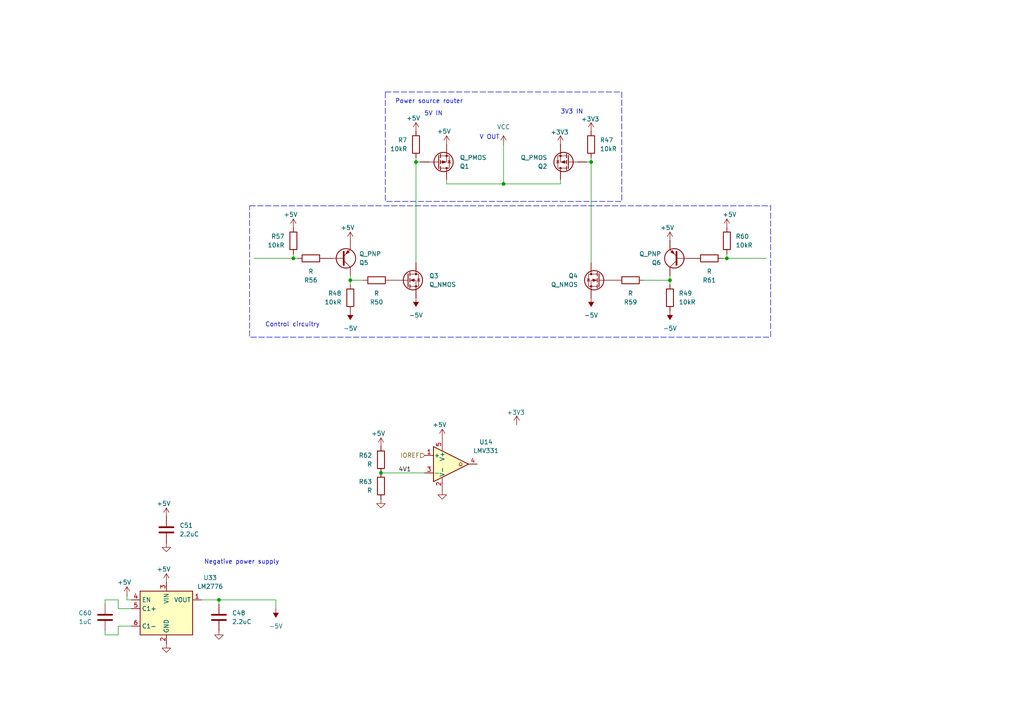
<source format=kicad_sch>
(kicad_sch (version 20250114) (generator "eeschema") (generator_version "9.0")
  (paper "A4")
  (lib_symbols
    (symbol "Comparator:LMV331" (pin_names (offset 0.127))
      (property "Reference" "U" (at 1.27 5.08 0))
      (property "Value" "LMV331" (at 3.81 -5.08 0))
      (symbol "LMV331_0_1"
        (polyline (pts (xy -5.08 5.08) (xy 5.08 0) (xy -5.08 -5.08) (xy -5.08 5.08)) (stroke (width 0.254)) (fill (type background)))
        (polyline (pts (xy 3.302 -0.508) (xy 2.794 -0.508) (xy 3.302 0) (xy 2.794 0.508) (xy 2.286 0) (xy 2.794 -0.508) (xy 2.286 -0.508)) (stroke (width 0.127)))
      )
      (symbol "LMV331_1_1"
        (pin input line (at -7.62 2.54 0) (length 2.54) (name "+") (number "1"))
        (pin input line (at -7.62 -2.54 0) (length 2.54) (name "-") (number "3"))
        (pin power_in line (at -2.54 7.62 270) (length 3.81) (name "V+") (number "5"))
        (pin power_in line (at -2.54 -7.62 90) (length 3.81) (name "V-") (number "2"))
        (pin open_collector line (at 7.62 0 180) (length 2.54) (name "~") (number "4"))
      )
    )
    (symbol "Device:C" (pin_numbers (hide yes)) (pin_names (offset 0.254))
      (property "Reference" "C" (at 0.635 2.54 0))
      (property "Value" "C" (at 0.635 -2.54 0))
      (symbol "C_0_1"
        (polyline (pts (xy -2.032 0.762) (xy 2.032 0.762)) (stroke (width 0.508)))
        (polyline (pts (xy -2.032 -0.762) (xy 2.032 -0.762)) (stroke (width 0.508)))
      )
      (symbol "C_1_1"
        (pin passive line (at 0 3.81 270) (length 2.794) (name "~") (number "1"))
        (pin passive line (at 0 -3.81 90) (length 2.794) (name "~") (number "2"))
      )
    )
    (symbol "Device:Q_NMOS" (pin_numbers (hide yes)) (pin_names (offset 0) (hide yes))
      (property "Reference" "Q" (at 5.08 1.27 0))
      (property "Value" "Q_NMOS" (at 5.08 -1.27 0))
      (symbol "Q_NMOS_0_1"
        (polyline (pts (xy 0.254 1.905) (xy 0.254 -1.905)) (stroke (width 0.254)))
        (polyline (pts (xy 0.254 0) (xy -2.54 0)))
        (polyline (pts (xy 0.762 2.286) (xy 0.762 1.27)) (stroke (width 0.254)))
        (polyline (pts (xy 0.762 0.508) (xy 0.762 -0.508)) (stroke (width 0.254)))
        (polyline (pts (xy 0.762 -1.27) (xy 0.762 -2.286)) (stroke (width 0.254)))
        (polyline (pts (xy 0.762 -1.778) (xy 3.302 -1.778) (xy 3.302 1.778) (xy 0.762 1.778)))
        (polyline (pts (xy 1.016 0) (xy 2.032 0.381) (xy 2.032 -0.381) (xy 1.016 0)) (fill (type outline)))
        (circle (center 1.651 0) (radius 2.794) (stroke (width 0.254)))
        (polyline (pts (xy 2.54 2.54) (xy 2.54 1.778)))
        (circle (center 2.54 1.778) (radius 0.254) (fill (type outline)))
        (circle (center 2.54 -1.778) (radius 0.254) (fill (type outline)))
        (polyline (pts (xy 2.54 -2.54) (xy 2.54 0) (xy 0.762 0)))
        (polyline (pts (xy 2.921 0.381) (xy 3.683 0.381)))
        (polyline (pts (xy 3.302 0.381) (xy 2.921 -0.254) (xy 3.683 -0.254) (xy 3.302 0.381)))
      )
      (symbol "Q_NMOS_1_1"
        (pin input line (at -5.08 0 0) (length 2.54) (name "G") (number "G"))
        (pin passive line (at 2.54 5.08 270) (length 2.54) (name "D") (number "D"))
        (pin passive line (at 2.54 -5.08 90) (length 2.54) (name "S") (number "S"))
      )
    )
    (symbol "Device:Q_PMOS" (pin_numbers (hide yes)) (pin_names (offset 0) (hide yes))
      (property "Reference" "Q" (at 5.08 1.27 0))
      (property "Value" "Q_PMOS" (at 5.08 -1.27 0))
      (symbol "Q_PMOS_0_1"
        (polyline (pts (xy 0.254 1.905) (xy 0.254 -1.905)) (stroke (width 0.254)))
        (polyline (pts (xy 0.254 0) (xy -2.54 0)))
        (polyline (pts (xy 0.762 2.286) (xy 0.762 1.27)) (stroke (width 0.254)))
        (polyline (pts (xy 0.762 1.778) (xy 3.302 1.778) (xy 3.302 -1.778) (xy 0.762 -1.778)))
        (polyline (pts (xy 0.762 0.508) (xy 0.762 -0.508)) (stroke (width 0.254)))
        (polyline (pts (xy 0.762 -1.27) (xy 0.762 -2.286)) (stroke (width 0.254)))
        (circle (center 1.651 0) (radius 2.794) (stroke (width 0.254)))
        (polyline (pts (xy 2.286 0) (xy 1.27 0.381) (xy 1.27 -0.381) (xy 2.286 0)) (fill (type outline)))
        (polyline (pts (xy 2.54 2.54) (xy 2.54 1.778)))
        (circle (center 2.54 1.778) (radius 0.254) (fill (type outline)))
        (circle (center 2.54 -1.778) (radius 0.254) (fill (type outline)))
        (polyline (pts (xy 2.54 -2.54) (xy 2.54 0) (xy 0.762 0)))
        (polyline (pts (xy 2.921 -0.381) (xy 3.683 -0.381)))
        (polyline (pts (xy 3.302 -0.381) (xy 2.921 0.254) (xy 3.683 0.254) (xy 3.302 -0.381)))
      )
      (symbol "Q_PMOS_1_1"
        (pin input line (at -5.08 0 0) (length 2.54) (name "G") (number "G"))
        (pin passive line (at 2.54 5.08 270) (length 2.54) (name "D") (number "D"))
        (pin passive line (at 2.54 -5.08 90) (length 2.54) (name "S") (number "S"))
      )
    )
    (symbol "Device:Q_PNP" (pin_numbers (hide yes)) (pin_names (offset 0) (hide yes))
      (property "Reference" "Q" (at 5.08 1.27 0))
      (property "Value" "Q_PNP" (at 5.08 -1.27 0))
      (symbol "Q_PNP_0_1"
        (polyline (pts (xy -2.54 0) (xy 0.635 0)))
        (polyline (pts (xy 0.635 1.905) (xy 0.635 -1.905)) (stroke (width 0.508)))
        (polyline (pts (xy 0.635 0.635) (xy 2.54 2.54)))
        (polyline (pts (xy 0.635 -0.635) (xy 2.54 -2.54)))
        (circle (center 1.27 0) (radius 2.8194) (stroke (width 0.254)))
        (polyline (pts (xy 2.286 -1.778) (xy 1.778 -2.286) (xy 1.27 -1.27) (xy 2.286 -1.778)) (fill (type outline)))
      )
      (symbol "Q_PNP_1_1"
        (pin input line (at -5.08 0 0) (length 2.54) (name "B") (number "B"))
        (pin passive line (at 2.54 5.08 270) (length 2.54) (name "C") (number "C"))
        (pin passive line (at 2.54 -5.08 90) (length 2.54) (name "E") (number "E"))
      )
    )
    (symbol "Device:R" (pin_numbers (hide yes)) (pin_names (offset 0))
      (property "Reference" "R" (at 2.032 0 90))
      (property "Value" "R" (at 0 0 90))
      (symbol "R_0_1"
        (rectangle (start -1.016 -2.54) (end 1.016 2.54) (stroke (width 0.254)))
      )
      (symbol "R_1_1"
        (pin passive line (at 0 3.81 270) (length 1.27) (name "~") (number "1"))
        (pin passive line (at 0 -3.81 90) (length 1.27) (name "~") (number "2"))
      )
    )
    (symbol "Regulator_SwitchedCapacitor:LM2776"
      (property "Reference" "U" (at -6.35 6.35 0))
      (property "Value" "LM2776" (at 1.27 6.35 0))
      (symbol "LM2776_0_1"
        (rectangle (start -7.62 5.08) (end 7.62 -7.62) (stroke (width 0.254)) (fill (type background)))
      )
      (symbol "LM2776_1_1"
        (pin input line (at -10.16 2.54 0) (length 2.54) (name "EN") (number "4"))
        (pin passive line (at -10.16 0 0) (length 2.54) (name "C1+") (number "5"))
        (pin passive line (at -10.16 -5.08 0) (length 2.54) (name "C1-") (number "6"))
        (pin power_in line (at 0 7.62 270) (length 2.54) (name "VIN") (number "3"))
        (pin power_in line (at 0 -10.16 90) (length 2.54) (name "GND") (number "2"))
        (pin power_out line (at 10.16 2.54 180) (length 2.54) (name "VOUT") (number "1"))
      )
    )
    (symbol "power:+3V3" (power) (pin_numbers (hide yes)) (pin_names (offset 0) (hide yes))
      (property "Value" "+3V3" (at 0 3.556 0))
      (symbol "+3V3_0_1"
        (polyline (pts (xy -0.762 1.27) (xy 0 2.54)))
        (polyline (pts (xy 0 2.54) (xy 0.762 1.27)))
        (polyline (pts (xy 0 0) (xy 0 2.54)))
      )
      (symbol "+3V3_1_1"
        (pin power_in line (at 0 0 90) (length 0) (name "~") (number "1"))
      )
    )
    (symbol "power:+5V" (power) (pin_numbers (hide yes)) (pin_names (offset 0) (hide yes))
      (property "Value" "+5V" (at 0 3.556 0))
      (symbol "+5V_0_1"
        (polyline (pts (xy -0.762 1.27) (xy 0 2.54)))
        (polyline (pts (xy 0 2.54) (xy 0.762 1.27)))
        (polyline (pts (xy 0 0) (xy 0 2.54)))
      )
      (symbol "+5V_1_1"
        (pin power_in line (at 0 0 90) (length 0) (name "~") (number "1"))
      )
    )
    (symbol "power:-5V" (power) (pin_numbers (hide yes)) (pin_names (offset 0) (hide yes))
      (property "Value" "-5V" (at 0 3.556 0))
      (symbol "-5V_0_0"
        (pin power_in line (at 0 0 90) (length 0) (name "~") (number "1"))
      )
      (symbol "-5V_0_1"
        (polyline (pts (xy 0 0) (xy 0 1.27) (xy 0.762 1.27) (xy 0 2.54) (xy -0.762 1.27) (xy 0 1.27)) (fill (type outline)))
      )
    )
    (symbol "power:GND" (power) (pin_numbers (hide yes)) (pin_names (offset 0) (hide yes))
      (property "Value" "GND" (at 0 -3.81 0))
      (symbol "GND_0_1"
        (polyline (pts (xy 0 0) (xy 0 -1.27) (xy 1.27 -1.27) (xy 0 -2.54) (xy -1.27 -1.27) (xy 0 -1.27)))
      )
      (symbol "GND_1_1"
        (pin power_in line (at 0 0 270) (length 0) (name "~") (number "1"))
      )
    )
    (symbol "power:VCC" (power) (pin_numbers (hide yes)) (pin_names (offset 0) (hide yes))
      (property "Value" "VCC" (at 0 3.556 0))
      (symbol "VCC_0_1"
        (polyline (pts (xy -0.762 1.27) (xy 0 2.54)))
        (polyline (pts (xy 0 2.54) (xy 0.762 1.27)))
        (polyline (pts (xy 0 0) (xy 0 2.54)))
      )
      (symbol "VCC_1_1"
        (pin power_in line (at 0 0 90) (length 0) (name "~") (number "1"))
      )
    )
  )
  (rectangle (start 72.39 59.69) (end 223.52 97.79) (stroke (width 0) (type dash)))
  (rectangle (start 111.76 26.67) (end 180.34 58.42) (stroke (width 0) (type dash)))
  (text "Control circuitry" (at 84.836 94.234 0) (effects (font (size 1.27 1.27))))
  (text "3V3 IN" (at 165.862 32.512 0) (effects (font (size 1.27 1.27))))
  (text "Power source router" (at 124.46 29.464 0) (effects (font (size 1.27 1.27))))
  (text "Negative power supply" (at 70.104 163.068 0) (effects (font (size 1.27 1.27))))
  (text "V OUT" (at 141.986 39.878 0) (effects (font (size 1.27 1.27))))
  (text "5V IN" (at 125.73 33.02 0) (effects (font (size 1.27 1.27))))
  (junction (at 171.45 46.99))
  (junction (at 85.09 74.93))
  (junction (at 110.49 137.16))
  (junction (at 194.31 81.28))
  (junction (at 210.82 74.93))
  (junction (at 101.6 81.28))
  (junction (at 63.5 173.99))
  (junction (at 120.65 46.99))
  (junction (at 146.05 53.34))
  (wire (pts (xy 129.54 52.07) (xy 129.54 53.34)))
  (wire (pts (xy 210.82 74.93) (xy 209.55 74.93)))
  (wire (pts (xy 129.54 53.34) (xy 146.05 53.34)))
  (wire (pts (xy 101.6 80.01) (xy 101.6 81.28)))
  (wire (pts (xy 63.5 173.99) (xy 63.5 175.26)))
  (wire (pts (xy 162.56 53.34) (xy 162.56 52.07)))
  (wire (pts (xy 210.82 73.66) (xy 210.82 74.93)))
  (wire (pts (xy 30.48 184.15) (xy 34.29 184.15)))
  (wire (pts (xy 36.83 173.99) (xy 38.1 173.99)))
  (wire (pts (xy 170.18 46.99) (xy 171.45 46.99)))
  (wire (pts (xy 38.1 176.53) (xy 34.29 176.53)))
  (wire (pts (xy 30.48 182.88) (xy 30.48 184.15)))
  (wire (pts (xy 80.01 173.99) (xy 80.01 176.53)))
  (wire (pts (xy 34.29 184.15) (xy 34.29 181.61)))
  (wire (pts (xy 73.66 74.93) (xy 85.09 74.93)))
  (wire (pts (xy 85.09 73.66) (xy 85.09 74.93)))
  (wire (pts (xy 85.09 74.93) (xy 86.36 74.93)))
  (wire (pts (xy 120.65 46.99) (xy 121.92 46.99)))
  (wire (pts (xy 63.5 173.99) (xy 80.01 173.99)))
  (wire (pts (xy 146.05 41.91) (xy 146.05 53.34)))
  (wire (pts (xy 110.49 137.16) (xy 123.19 137.16)))
  (wire (pts (xy 34.29 176.53) (xy 34.29 173.99)))
  (wire (pts (xy 120.65 46.99) (xy 120.65 76.2)))
  (wire (pts (xy 34.29 173.99) (xy 30.48 173.99)))
  (wire (pts (xy 58.42 173.99) (xy 63.5 173.99)))
  (wire (pts (xy 194.31 80.01) (xy 194.31 81.28)))
  (wire (pts (xy 101.6 81.28) (xy 105.41 81.28)))
  (wire (pts (xy 186.69 81.28) (xy 194.31 81.28)))
  (wire (pts (xy 34.29 181.61) (xy 38.1 181.61)))
  (wire (pts (xy 30.48 173.99) (xy 30.48 175.26)))
  (wire (pts (xy 171.45 46.99) (xy 171.45 76.2)))
  (wire (pts (xy 120.65 45.72) (xy 120.65 46.99)))
  (wire (pts (xy 101.6 82.55) (xy 101.6 81.28)))
  (wire (pts (xy 146.05 53.34) (xy 162.56 53.34)))
  (wire (pts (xy 194.31 81.28) (xy 194.31 82.55)))
  (wire (pts (xy 222.25 74.93) (xy 210.82 74.93)))
  (wire (pts (xy 171.45 46.99) (xy 171.45 45.72)))
  (wire (pts (xy 36.83 172.72) (xy 36.83 173.99)))
  (label "4V1" (at 115.57 137.16 0))
  (hierarchical_label "IOREF" (shape input) (at 123.19 132.08 180))
  (symbol (lib_id "Device:Q_PMOS") (at 127 46.99 0) (mirror x) (unit 1)
    (property "Reference" "Q1" (at 133.35 48.2601 0) (effects (justify left)))
    (property "Value" "Q_PMOS" (at 133.35 45.7201 0) (effects (justify left)))
    (property "Description" "P-MOSFET transistor" (effects (hide yes)))
  )
  (symbol (lib_id "power:VCC") (at 146.05 41.91 0) (unit 1)
    (property "Reference" "#PWR0177" (effects (hide yes)))
    (property "Value" "VCC" (at 146.05 36.83 0))
    (property "Description" "Power symbol creates a global label with name \"VCC\"" (effects (hide yes)))
  )
  (symbol (lib_id "power:GND") (at 48.26 157.48 0) (unit 1)
    (property "Reference" "#PWR0110" (effects (hide yes)))
    (property "Value" "GND" (effects (hide yes)))
    (property "Description" "Power symbol creates a global label with name \"GND\" , ground" (effects (hide yes)))
  )
  (symbol (lib_id "power:+5V") (at 128.27 127 0) (mirror y) (unit 1)
    (property "Reference" "#PWR0189" (effects (hide yes)))
    (property "Value" "+5V" (at 129.54 123.19 0) (effects (justify left)))
  )
  (symbol (lib_id "Device:R") (at 110.49 133.35 0) (mirror y) (unit 1)
    (property "Reference" "R62" (at 107.95 132.0799 0) (effects (justify left)))
    (property "Value" "R" (at 107.95 134.6199 0) (effects (justify left)))
    (property "Description" "Resistor" (effects (hide yes)))
  )
  (symbol (lib_id "power:+5V") (at 85.09 66.04 0) (mirror y) (unit 1)
    (property "Reference" "#PWR0103" (effects (hide yes)))
    (property "Value" "+5V" (at 86.36 62.23 0) (effects (justify left)))
  )
  (symbol (lib_id "Comparator:LMV331") (at 130.81 134.62 0) (unit 1)
    (property "Reference" "U14" (at 140.97 128.1998 0))
    (property "Value" "LMV331" (at 140.97 130.7398 0))
    (property "Datasheet" "http://www.ti.com/lit/ds/symlink/lmv331.pdf" (effects (hide yes)))
    (property "Description" "Single General-Purpose Low-Voltage Comparator, SOT-23-5/SC-70-5" (effects (hide yes)))
  )
  (symbol (lib_id "power:+5V") (at 110.49 129.54 0) (mirror y) (unit 1)
    (property "Reference" "#PWR0218" (effects (hide yes)))
    (property "Value" "+5V" (at 111.76 125.73 0) (effects (justify left)))
  )
  (symbol (lib_id "Device:Q_PNP") (at 196.85 74.93 180) (unit 1)
    (property "Reference" "Q6" (at 191.77 76.2001 0) (effects (justify left)))
    (property "Value" "Q_PNP" (at 191.77 73.6601 0) (effects (justify left)))
    (property "Description" "PNP bipolar junction transistor" (effects (hide yes)))
  )
  (symbol (lib_id "power:-5V") (at 80.01 176.53 180) (unit 1)
    (property "Reference" "#PWR089" (effects (hide yes)))
    (property "Value" "-5V" (at 80.01 181.61 0))
    (property "Description" "Power symbol creates a global label with name \"-5V\"" (effects (hide yes)))
  )
  (symbol (lib_id "power:+5V") (at 120.65 38.1 0) (mirror y) (unit 1)
    (property "Reference" "#PWR0182" (effects (hide yes)))
    (property "Value" "+5V" (at 121.92 34.29 0) (effects (justify left)))
  )
  (symbol (lib_id "power:GND") (at 48.26 186.69 0) (unit 1)
    (property "Reference" "#PWR088" (effects (hide yes)))
    (property "Value" "GND" (effects (hide yes)))
    (property "Description" "Power symbol creates a global label with name \"GND\" , ground" (effects (hide yes)))
  )
  (symbol (lib_id "Device:R") (at 120.65 41.91 0) (mirror x) (unit 1)
    (property "Reference" "R7" (at 118.11 40.6399 0) (effects (justify right)))
    (property "Value" "10kR" (at 118.11 43.1799 0) (effects (justify right)))
    (property "Footprint" "Resistor_SMD:R_0805_2012Metric" (effects (hide yes)))
    (property "Datasheet" "https://www.lcsc.com/datasheet/lcsc_datasheet_1810171610_YAGEO-RC0805JR-0710KL_C100047.pdf" (effects (hide yes)))
    (property "Description" "Resistor" (effects (hide yes)))
    (property "Status" "OK" (effects (hide yes)))
    (property "MPN" "RC0805JR-0710KL" (effects (hide yes)))
  )
  (symbol (lib_id "Device:R") (at 182.88 81.28 90) (mirror x) (unit 1)
    (property "Reference" "R59" (at 182.88 87.63 90))
    (property "Value" "R" (at 182.88 85.09 90))
    (property "Description" "Resistor" (effects (hide yes)))
  )
  (symbol (lib_id "power:+5V") (at 129.54 41.91 0) (mirror y) (unit 1)
    (property "Reference" "#PWR0176" (effects (hide yes)))
    (property "Value" "+5V" (at 130.81 38.1 0) (effects (justify left)))
  )
  (symbol (lib_id "Regulator_SwitchedCapacitor:LM2776") (at 48.26 176.53 0) (unit 1)
    (property "Reference" "U33" (at 60.96 167.5698 0))
    (property "Value" "LM2776" (at 60.96 170.1098 0))
    (property "Footprint" "Package_TO_SOT_SMD:SOT-23-6" (effects (hide yes)))
    (property "Datasheet" "http://www.ti.com/lit/ds/symlink/lm2776.pdf" (effects (hide yes)))
    (property "Description" "Switched capacitor inverter, inverts positive voltage +2.7 to +5.5V to negative, 200mA, SOT-23-6" (effects (hide yes)))
  )
  (symbol (lib_id "Device:R") (at 194.31 86.36 180) (unit 1)
    (property "Reference" "R49" (at 196.85 85.0899 0) (effects (justify right)))
    (property "Value" "10kR" (at 196.85 87.6299 0) (effects (justify right)))
    (property "Footprint" "Resistor_SMD:R_0805_2012Metric" (effects (hide yes)))
    (property "Datasheet" "https://www.lcsc.com/datasheet/lcsc_datasheet_1810171610_YAGEO-RC0805JR-0710KL_C100047.pdf" (effects (hide yes)))
    (property "Description" "Resistor" (effects (hide yes)))
    (property "Status" "OK" (effects (hide yes)))
    (property "MPN" "RC0805JR-0710KL" (effects (hide yes)))
  )
  (symbol (lib_id "power:+5V") (at 36.83 172.72 0) (mirror y) (unit 1)
    (property "Reference" "#PWR087" (effects (hide yes)))
    (property "Value" "+5V" (at 38.1 168.91 0) (effects (justify left)))
  )
  (symbol (lib_id "Device:R") (at 210.82 69.85 180) (unit 1)
    (property "Reference" "R60" (at 213.36 68.5799 0) (effects (justify right)))
    (property "Value" "10kR" (at 213.36 71.1199 0) (effects (justify right)))
    (property "Footprint" "Resistor_SMD:R_0805_2012Metric" (effects (hide yes)))
    (property "Datasheet" "https://www.lcsc.com/datasheet/lcsc_datasheet_1810171610_YAGEO-RC0805JR-0710KL_C100047.pdf" (effects (hide yes)))
    (property "Description" "Resistor" (effects (hide yes)))
    (property "Status" "OK" (effects (hide yes)))
    (property "MPN" "RC0805JR-0710KL" (effects (hide yes)))
  )
  (symbol (lib_id "power:+3V3") (at 149.86 123.19 0) (unit 1)
    (property "Reference" "#PWR0204" (effects (hide yes)))
    (property "Value" "+3V3" (at 149.606 119.634 0))
    (property "Description" "Power symbol creates a global label with name \"+3V3\"" (effects (hide yes)))
  )
  (symbol (lib_id "power:+5V") (at 210.82 66.04 0) (unit 1)
    (property "Reference" "#PWR0188" (effects (hide yes)))
    (property "Value" "+5V" (at 209.55 62.23 0) (effects (justify left)))
  )
  (symbol (lib_id "Device:Q_NMOS") (at 118.11 81.28 0) (unit 1)
    (property "Reference" "Q3" (at 124.46 80.0099 0) (effects (justify left)))
    (property "Value" "Q_NMOS" (at 124.46 82.5499 0) (effects (justify left)))
    (property "Description" "N-MOSFET transistor" (effects (hide yes)))
  )
  (symbol (lib_id "power:-5V") (at 171.45 86.36 180) (unit 1)
    (property "Reference" "#PWR0179" (effects (hide yes)))
    (property "Value" "-5V" (at 171.45 91.44 0))
    (property "Description" "Power symbol creates a global label with name \"-5V\"" (effects (hide yes)))
  )
  (symbol (lib_id "power:-5V") (at 194.31 90.17 180) (unit 1)
    (property "Reference" "#PWR0187" (effects (hide yes)))
    (property "Value" "-5V" (at 194.31 95.25 0))
    (property "Description" "Power symbol creates a global label with name \"-5V\"" (effects (hide yes)))
  )
  (symbol (lib_id "Device:C") (at 63.5 179.07 0) (unit 1)
    (property "Reference" "C48" (at 67.31 177.7999 0) (effects (justify left)))
    (property "Value" "2.2uC" (at 67.31 180.3399 0) (effects (justify left)))
    (property "Footprint" "Capacitor_SMD:C_0805_2012Metric" (effects (hide yes)))
    (property "Description" "Unpolarized capacitor" (effects (hide yes)))
    (property "Status" "OK" (effects (hide yes)))
  )
  (symbol (lib_id "power:+5V") (at 194.31 69.85 0) (mirror y) (unit 1)
    (property "Reference" "#PWR0181" (effects (hide yes)))
    (property "Value" "+5V" (at 195.58 66.04 0) (effects (justify left)))
  )
  (symbol (lib_id "power:+3V3") (at 162.56 41.91 0) (unit 1)
    (property "Reference" "#PWR0176" (effects (hide yes)))
    (property "Value" "+3V3" (at 162.306 38.354 0))
    (property "Description" "Power symbol creates a global label with name \"+3V3\"" (effects (hide yes)))
  )
  (symbol (lib_id "power:+5V") (at 101.6 69.85 0) (mirror y) (unit 1)
    (property "Reference" "#PWR0180" (effects (hide yes)))
    (property "Value" "+5V" (at 102.87 66.04 0) (effects (justify left)))
  )
  (symbol (lib_id "power:GND") (at 63.5 182.88 0) (unit 1)
    (property "Reference" "#PWR0106" (effects (hide yes)))
    (property "Value" "GND" (effects (hide yes)))
    (property "Description" "Power symbol creates a global label with name \"GND\" , ground" (effects (hide yes)))
  )
  (symbol (lib_id "Device:Q_PNP") (at 99.06 74.93 0) (mirror x) (unit 1)
    (property "Reference" "Q5" (at 104.14 76.2001 0) (effects (justify left)))
    (property "Value" "Q_PNP" (at 104.14 73.6601 0) (effects (justify left)))
    (property "Description" "PNP bipolar junction transistor" (effects (hide yes)))
  )
  (symbol (lib_id "Device:R") (at 205.74 74.93 270) (unit 1)
    (property "Reference" "R61" (at 205.74 81.28 90))
    (property "Value" "R" (at 205.74 78.74 90))
    (property "Description" "Resistor" (effects (hide yes)))
  )
  (symbol (lib_id "Device:C") (at 48.26 153.67 0) (unit 1)
    (property "Reference" "C51" (at 52.07 152.3999 0) (effects (justify left)))
    (property "Value" "2.2uC" (at 52.07 154.9399 0) (effects (justify left)))
    (property "Footprint" "Capacitor_SMD:C_0805_2012Metric" (effects (hide yes)))
    (property "Description" "Unpolarized capacitor" (effects (hide yes)))
    (property "Status" "OK" (effects (hide yes)))
  )
  (symbol (lib_id "Device:R") (at 90.17 74.93 90) (mirror x) (unit 1)
    (property "Reference" "R56" (at 90.17 81.28 90))
    (property "Value" "R" (at 90.17 78.74 90))
    (property "Description" "Resistor" (effects (hide yes)))
  )
  (symbol (lib_id "Device:C") (at 30.48 179.07 0) (mirror y) (unit 1)
    (property "Reference" "C60" (at 26.67 177.7999 0) (effects (justify left)))
    (property "Value" "1uC" (at 26.67 180.3399 0) (effects (justify left)))
    (property "Footprint" "Capacitor_SMD:C_0805_2012Metric" (effects (hide yes)))
    (property "Description" "Unpolarized capacitor" (effects (hide yes)))
    (property "Status" "OK" (effects (hide yes)))
  )
  (symbol (lib_id "Device:R") (at 101.6 86.36 0) (mirror x) (unit 1)
    (property "Reference" "R48" (at 99.06 85.0899 0) (effects (justify right)))
    (property "Value" "10kR" (at 99.06 87.6299 0) (effects (justify right)))
    (property "Footprint" "Resistor_SMD:R_0805_2012Metric" (effects (hide yes)))
    (property "Datasheet" "https://www.lcsc.com/datasheet/lcsc_datasheet_1810171610_YAGEO-RC0805JR-0710KL_C100047.pdf" (effects (hide yes)))
    (property "Description" "Resistor" (effects (hide yes)))
    (property "Status" "OK" (effects (hide yes)))
    (property "MPN" "RC0805JR-0710KL" (effects (hide yes)))
  )
  (symbol (lib_id "Device:R") (at 110.49 140.97 0) (mirror y) (unit 1)
    (property "Reference" "R63" (at 107.95 139.6999 0) (effects (justify left)))
    (property "Value" "R" (at 107.95 142.2399 0) (effects (justify left)))
    (property "Description" "Resistor" (effects (hide yes)))
  )
  (symbol (lib_id "power:GND") (at 110.49 144.78 0) (unit 1)
    (property "Reference" "#PWR0219" (effects (hide yes)))
    (property "Value" "GND" (effects (hide yes)))
    (property "Description" "Power symbol creates a global label with name \"GND\" , ground" (effects (hide yes)))
  )
  (symbol (lib_id "power:-5V") (at 101.6 90.17 180) (unit 1)
    (property "Reference" "#PWR0186" (effects (hide yes)))
    (property "Value" "-5V" (at 101.6 95.25 0))
    (property "Description" "Power symbol creates a global label with name \"-5V\"" (effects (hide yes)))
  )
  (symbol (lib_id "Device:R") (at 109.22 81.28 90) (mirror x) (unit 1)
    (property "Reference" "R50" (at 109.22 87.63 90))
    (property "Value" "R" (at 109.22 85.09 90))
    (property "Description" "Resistor" (effects (hide yes)))
  )
  (symbol (lib_id "Device:R") (at 171.45 41.91 180) (unit 1)
    (property "Reference" "R47" (at 173.99 40.6399 0) (effects (justify right)))
    (property "Value" "10kR" (at 173.99 43.1799 0) (effects (justify right)))
    (property "Footprint" "Resistor_SMD:R_0805_2012Metric" (effects (hide yes)))
    (property "Datasheet" "https://www.lcsc.com/datasheet/lcsc_datasheet_1810171610_YAGEO-RC0805JR-0710KL_C100047.pdf" (effects (hide yes)))
    (property "Description" "Resistor" (effects (hide yes)))
    (property "Status" "OK" (effects (hide yes)))
    (property "MPN" "RC0805JR-0710KL" (effects (hide yes)))
  )
  (symbol (lib_id "power:GND") (at 128.27 142.24 0) (unit 1)
    (property "Reference" "#PWR0210" (effects (hide yes)))
    (property "Value" "GND" (effects (hide yes)))
    (property "Description" "Power symbol creates a global label with name \"GND\" , ground" (effects (hide yes)))
  )
  (symbol (lib_id "power:-5V") (at 120.65 86.36 180) (unit 1)
    (property "Reference" "#PWR0178" (effects (hide yes)))
    (property "Value" "-5V" (at 120.65 91.44 0))
    (property "Description" "Power symbol creates a global label with name \"-5V\"" (effects (hide yes)))
  )
  (symbol (lib_id "Device:Q_NMOS") (at 173.99 81.28 0) (mirror y) (unit 1)
    (property "Reference" "Q4" (at 167.64 80.0099 0) (effects (justify left)))
    (property "Value" "Q_NMOS" (at 167.64 82.5499 0) (effects (justify left)))
    (property "Description" "N-MOSFET transistor" (effects (hide yes)))
  )
  (symbol (lib_id "Device:Q_PMOS") (at 165.1 46.99 180) (unit 1)
    (property "Reference" "Q2" (at 158.75 48.2601 0) (effects (justify left)))
    (property "Value" "Q_PMOS" (at 158.75 45.7201 0) (effects (justify left)))
    (property "Description" "P-MOSFET transistor" (effects (hide yes)))
  )
  (symbol (lib_id "power:+3V3") (at 171.45 38.1 0) (unit 1)
    (property "Reference" "#PWR0183" (effects (hide yes)))
    (property "Value" "+3V3" (at 171.196 34.544 0))
    (property "Description" "Power symbol creates a global label with name \"+3V3\"" (effects (hide yes)))
  )
  (symbol (lib_id "power:+5V") (at 48.26 168.91 0) (mirror y) (unit 1)
    (property "Reference" "#PWR086" (effects (hide yes)))
    (property "Value" "+5V" (at 49.53 165.1 0) (effects (justify left)))
  )
  (symbol (lib_id "Device:R") (at 85.09 69.85 0) (mirror x) (unit 1)
    (property "Reference" "R57" (at 82.55 68.5799 0) (effects (justify right)))
    (property "Value" "10kR" (at 82.55 71.1199 0) (effects (justify right)))
    (property "Footprint" "Resistor_SMD:R_0805_2012Metric" (effects (hide yes)))
    (property "Datasheet" "https://www.lcsc.com/datasheet/lcsc_datasheet_1810171610_YAGEO-RC0805JR-0710KL_C100047.pdf" (effects (hide yes)))
    (property "Description" "Resistor" (effects (hide yes)))
    (property "Status" "OK" (effects (hide yes)))
    (property "MPN" "RC0805JR-0710KL" (effects (hide yes)))
  )
  (symbol (lib_id "power:+5V") (at 48.26 149.86 0) (mirror y) (unit 1)
    (property "Reference" "#PWR0120" (effects (hide yes)))
    (property "Value" "+5V" (at 49.53 146.05 0) (effects (justify left)))
  )
)
</source>
